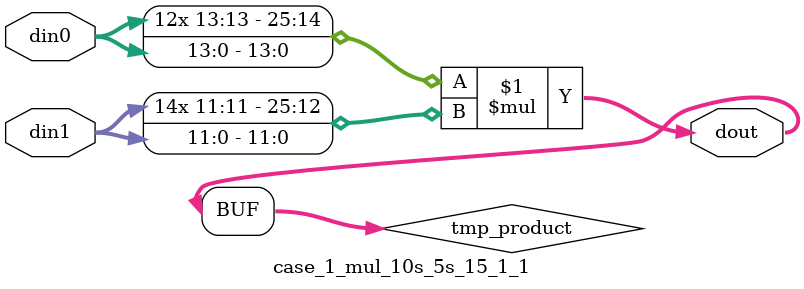
<source format=v>

`timescale 1 ns / 1 ps

 (* use_dsp = "no" *)  module case_1_mul_10s_5s_15_1_1(din0, din1, dout);
parameter ID = 1;
parameter NUM_STAGE = 0;
parameter din0_WIDTH = 14;
parameter din1_WIDTH = 12;
parameter dout_WIDTH = 26;

input [din0_WIDTH - 1 : 0] din0; 
input [din1_WIDTH - 1 : 0] din1; 
output [dout_WIDTH - 1 : 0] dout;

wire signed [dout_WIDTH - 1 : 0] tmp_product;



























assign tmp_product = $signed(din0) * $signed(din1);








assign dout = tmp_product;





















endmodule

</source>
